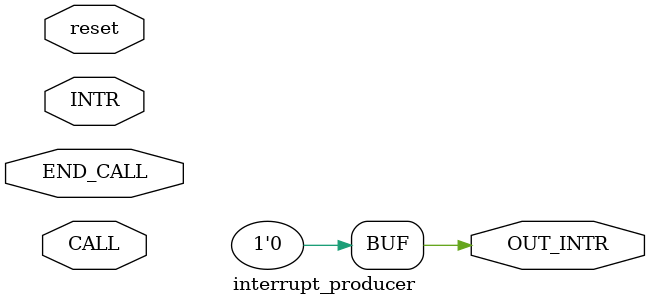
<source format=v>
module interrupt_producer(reset,INTR,CALL,END_CALL,OUT_INTR);
input INTR,CALL,END_CALL,reset;
output reg OUT_INTR;

reg active_call,activate_INTR;

always@(reset)begin
//	active_call=1'b0;
	//activate_INTR=1'b0;
	OUT_INTR=1'b0;
end

//always@(*)begin
//if(CALL)
	//active_call=1'b1;

//else if(END_CALL)
//	active_call=1'b0;
//else
//	active_call=active_call;
//	end
assign active_call=(reset==1'b1)?1'b0:(CALL==1'b1)?1'b1:(END_CALL==1'b1)?1'b0:active_call;
assign activate_INTR=(reset==1'b1)?1'b0:(INTR==1'b1)?1'b1:(active_call==1'b0)?1'b0:activate_INTR;


//always@(*)begin
//if(INTR)
//	activate_INTR=1'b1;
//else if(active_call==1'b0)
	//	activate_INTR=1'b0;
//else
//	activate_INTR=activate_INTR;
//end


always@(activate_INTR,active_call)begin
	if(active_call==1'b0&&activate_INTR==1'b1)begin
		//OUT_INTR=1'b1;
		activate_INTR=1'b0;
		active_call=1'b0; //nonsense statement but ok ^^
	end
	else if(active_call==1'b0&&activate_INTR==1'b0)
		OUT_INTR=1'b0;
end

//assign activate_INTR=(INTR==1'b1)?1'b1:activate_INTR;
//assign active_call = (CALL==1'b1)?1'b1:
	//				 (END_CALL==1'b1)?1'b0:active_call;
assign OUT_INTR = (active_call==1'b0&&activate_INTR==1'b1)?1'b1:1'b0;

endmodule

</source>
